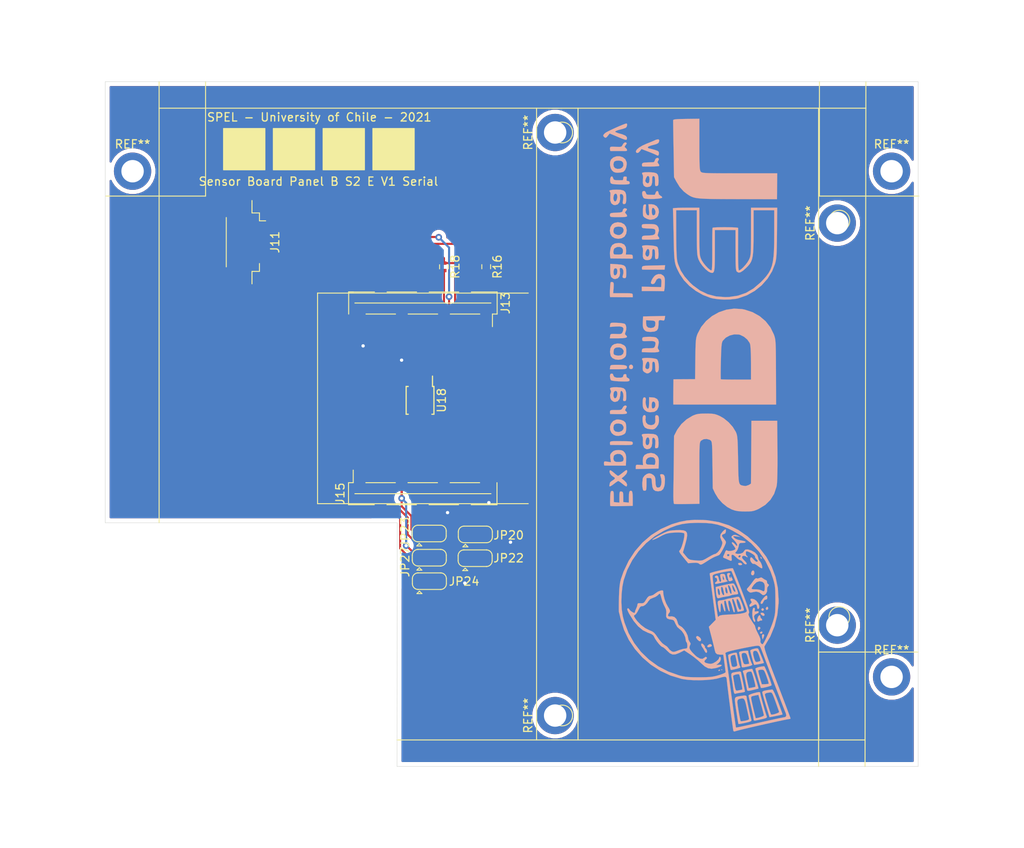
<source format=kicad_pcb>
(kicad_pcb (version 20171130) (host pcbnew "(5.1.2)-2")
  (layers (0 F.Cu signal) (31 B.Cu signal) (34 B.Paste user) (35 F.Paste user) (36 B.SilkS user) (37 F.SilkS user) (38 B.Mask user) (39 F.Mask user) (44 Edge.Cuts user))
  (net 0 "")
  (net 1 RPI_SCL)
  (net 2 RPI_SDA)
  (net 3 GND)
  (net 4 MAG_3V3)
  (net 5 "Net-(J13-Pad5)")
  (net 6 "Net-(J13-Pad6)")
  (net 7 MAG2_BIT0)
  (net 8 MAG2_BIT1)
  (net 9 "Net-(J15-Pad2)")
  (net 10 "Net-(J15-Pad4)")
  (net 11 "Net-(J15-Pad1)")
  (net 12 MAG2_A0)
  (net 13 MAG2_A2)
  (net 14 MAG2_A1)
  (net 15 "Net-(U18-Pad3)")
  (module L86:SPEL_logo (layer B.Cu) (at 529.81 78.1 90)
    (fp_text reference G*** hide)
    (fp_text value LOGO hide)
  )
  (module Mounting_Holes:MountingHole_2.7mm_M2.5_ISO14580_Pad (layer F.Cu) (at 553.29 47.47)
    (fp_text reference REF** (at 0 -3.25) (layer F.SilkS))
    (fp_text value MountingHole_2.7mm_M2.5_ISO14580_Pad)
    (pad 1 thru_hole circle (at 0 0) (size 4.5 4.5) (drill 2.7) (layers *.Cu *.Mask))
  )
  (module Mounting_Holes:MountingHole_2.7mm_M2.5_ISO14580_Pad (layer F.Cu) (at 461.79 47.47)
    (fp_text reference REF** (at 0 -3.25) (layer F.SilkS))
    (fp_text value MountingHole_2.7mm_M2.5_ISO14580_Pad)
    (pad 1 thru_hole circle (at 0 0) (size 4.5 4.5) (drill 2.7) (layers *.Cu *.Mask))
  )
  (module Mounting_Holes:MountingHole_2.7mm_M2.5_ISO14580_Pad (layer F.Cu) (at 553.29 108.47)
    (fp_text reference REF** (at 0 -3.25) (layer F.SilkS))
    (fp_text value MountingHole_2.7mm_M2.5_ISO14580_Pad)
    (pad 1 thru_hole circle (at 0 0) (size 4.5 4.5) (drill 2.7) (layers *.Cu *.Mask))
  )
  (module Mounting_Holes:MountingHole_2.7mm_M2.5_ISO14580_Pad (layer F.Cu) (at 546.74 53.73 90)
    (fp_text reference REF** (at 0 -3.25 90) (layer F.SilkS))
    (fp_text value MountingHole_2.7mm_M2.5_ISO14580_Pad)
    (pad 1 thru_hole circle (at 0 0 90) (size 4.5 4.5) (drill 2.7) (layers *.Cu *.Mask))
  )
  (module Mounting_Holes:MountingHole_2.7mm_M2.5_ISO14580_Pad (layer F.Cu) (at 546.74 102.23 90)
    (fp_text reference REF** (at 0 -3.25 90) (layer F.SilkS))
    (fp_text value MountingHole_2.7mm_M2.5_ISO14580_Pad)
    (pad 1 thru_hole circle (at 0 0 90) (size 4.5 4.5) (drill 2.7) (layers *.Cu *.Mask))
  )
  (module Mounting_Holes:MountingHole_2.7mm_M2.5_ISO14580_Pad (layer F.Cu) (at 512.73 42.8 90)
    (fp_text reference REF** (at 0 -3.25 90) (layer F.SilkS))
    (fp_text value MountingHole_2.7mm_M2.5_ISO14580_Pad)
    (pad 1 thru_hole circle (at 0 0 90) (size 4.5 4.5) (drill 2.7) (layers *.Cu *.Mask))
  )
  (module Mounting_Holes:MountingHole_2.7mm_M2.5_ISO14580_Pad (layer F.Cu) (at 512.73 113.13 90)
    (fp_text reference REF** (at 0 -3.25 90) (layer F.SilkS))
    (fp_text value MountingHole_2.7mm_M2.5_ISO14580_Pad)
    (pad 1 thru_hole circle (at 0 0 90) (size 4.5 4.5) (drill 2.7) (layers *.Cu *.Mask))
  )
  (module Jumper:SolderJumper-3_P1.3mm_Open_RoundedPad1.0x1.5mm (layer F.Cu) (at 497.56 94.09)
    (fp_text reference JP27 (at -2.92 0.51 90) (layer F.SilkS))
    (fp_text value Jumper_3_Open)
    (pad 1 smd custom (at -1.3 0) (size 1 0.5) (layers F.Cu F.Mask) (net 4 MAG_3V3) (options (clearance outline) (anchor rect)) (primitives (gr_circle (center 0 0.25) (end 0.5 0.25) (width 0)) (gr_circle (center 0 -0.25) (end 0.5 -0.25) (width 0)) (gr_poly (pts (xy 0.55 -0.75) (xy 0 -0.75) (xy 0 0.75) (xy 0.55 0.75)) (width 0))))
    (pad 3 smd custom (at 1.3 0) (size 1 0.5) (layers F.Cu F.Mask) (net 3 GND) (options (clearance outline) (anchor rect)) (primitives (gr_circle (center 0 0.25) (end 0.5 0.25) (width 0)) (gr_circle (center 0 -0.25) (end 0.5 -0.25) (width 0)) (gr_poly (pts (xy -0.55 -0.75) (xy 0 -0.75) (xy 0 0.75) (xy -0.55 0.75)) (width 0))))
    (pad 2 smd rect (at 0 0) (size 1 1.5) (layers F.Cu F.Mask) (net 14 MAG2_A1))
  )
  (module Pin_Headers:Pin_Header_Straight_1x07_Pitch2.54mm_SMD_Pin1Right (layer F.Cu) (at 496.79 63.37 270)
    (fp_text reference J13 (at 0 -9.95 90) (layer F.SilkS))
    (fp_text value Conn_01x07_Female)
    (pad 7 smd rect (at 1.655 7.62 270) (size 2.51 1) (layers F.Cu F.Paste F.Mask) (net 3 GND))
    (pad 5 smd rect (at 1.655 2.54 270) (size 2.51 1) (layers F.Cu F.Paste F.Mask) (net 5 "Net-(J13-Pad5)"))
    (pad 3 smd rect (at 1.655 -2.54 270) (size 2.51 1) (layers F.Cu F.Paste F.Mask) (net 2 RPI_SDA))
    (pad 1 smd rect (at 1.655 -7.62 270) (size 2.51 1) (layers F.Cu F.Paste F.Mask) (net 1 RPI_SCL))
    (pad 6 smd rect (at -1.655 5.08 270) (size 2.51 1) (layers F.Cu F.Paste F.Mask) (net 6 "Net-(J13-Pad6)"))
    (pad 4 smd rect (at -1.655 0 270) (size 2.51 1) (layers F.Cu F.Paste F.Mask) (net 7 MAG2_BIT0))
    (pad 2 smd rect (at -1.655 -5.08 270) (size 2.51 1) (layers F.Cu F.Paste F.Mask) (net 8 MAG2_BIT1))
  )
  (module Connectors_Molex:Molex_PicoBlade_53398-0471_04x1.25mm_Straight (layer F.Cu) (at 475.71 56.03 270)
    (fp_text reference J11 (at 0 -3.25 90) (layer F.SilkS))
    (fp_text value Conn_01x04_Male)
    (pad "" smd rect (at 4.375 1.375 270) (size 2.2 3.1) (layers F.Cu F.Paste F.Mask))
    (pad "" smd rect (at -4.375 1.375 270) (size 2.2 3.1) (layers F.Cu F.Paste F.Mask))
    (pad 4 smd rect (at 1.875 -1.375 270) (size 0.8 1.5) (layers F.Cu F.Paste F.Mask) (net 4 MAG_3V3))
    (pad 3 smd rect (at 0.625 -1.375 270) (size 0.8 1.5) (layers F.Cu F.Paste F.Mask) (net 1 RPI_SCL))
    (pad 2 smd rect (at -0.625 -1.375 270) (size 0.8 1.5) (layers F.Cu F.Paste F.Mask) (net 2 RPI_SDA))
    (pad 1 smd rect (at -1.875 -1.375 270) (size 0.8 1.5) (layers F.Cu F.Paste F.Mask) (net 3 GND))
  )
  (module Jumper:SolderJumper-3_P1.3mm_Open_RoundedPad1.0x1.5mm (layer F.Cu) (at 503.11 91.28)
    (fp_text reference JP20 (at 4.01 0.1) (layer F.SilkS))
    (fp_text value Jumper_3_Open)
    (pad 1 smd custom (at -1.3 0) (size 1 0.5) (layers F.Cu F.Mask) (net 4 MAG_3V3) (options (clearance outline) (anchor rect)) (primitives (gr_circle (center 0 0.25) (end 0.5 0.25) (width 0)) (gr_circle (center 0 -0.25) (end 0.5 -0.25) (width 0)) (gr_poly (pts (xy 0.55 -0.75) (xy 0 -0.75) (xy 0 0.75) (xy 0.55 0.75)) (width 0))))
    (pad 3 smd custom (at 1.3 0) (size 1 0.5) (layers F.Cu F.Mask) (net 3 GND) (options (clearance outline) (anchor rect)) (primitives (gr_circle (center 0 0.25) (end 0.5 0.25) (width 0)) (gr_circle (center 0 -0.25) (end 0.5 -0.25) (width 0)) (gr_poly (pts (xy -0.55 -0.75) (xy 0 -0.75) (xy 0 0.75) (xy -0.55 0.75)) (width 0))))
    (pad 2 smd rect (at 0 0) (size 1 1.5) (layers F.Cu F.Mask) (net 7 MAG2_BIT0))
  )
  (module Pin_Headers:Pin_Header_Straight_1x07_Pitch2.54mm_SMD_Pin1Right (layer F.Cu) (at 496.77 86.37 90)
    (fp_text reference J15 (at 0 -9.95 90) (layer F.SilkS))
    (fp_text value Conn_01x07_Female)
    (pad 2 smd rect (at -1.655 -5.08 90) (size 2.51 1) (layers F.Cu F.Paste F.Mask) (net 9 "Net-(J15-Pad2)"))
    (pad 4 smd rect (at -1.655 0 90) (size 2.51 1) (layers F.Cu F.Paste F.Mask) (net 10 "Net-(J15-Pad4)"))
    (pad 6 smd rect (at -1.655 5.08 90) (size 2.51 1) (layers F.Cu F.Paste F.Mask) (net 4 MAG_3V3))
    (pad 1 smd rect (at 1.655 -7.62 90) (size 2.51 1) (layers F.Cu F.Paste F.Mask) (net 11 "Net-(J15-Pad1)"))
    (pad 3 smd rect (at 1.655 -2.54 90) (size 2.51 1) (layers F.Cu F.Paste F.Mask) (net 4 MAG_3V3))
    (pad 5 smd rect (at 1.655 2.54 90) (size 2.51 1) (layers F.Cu F.Paste F.Mask) (net 4 MAG_3V3))
    (pad 7 smd rect (at 1.655 7.62 90) (size 2.51 1) (layers F.Cu F.Paste F.Mask) (net 3 GND))
  )
  (module Housings_SSOP:MSOP-8_3x3mm_Pitch0.65mm (layer F.Cu) (at 496.445 75.11 270)
    (fp_text reference U18 (at 0 -2.6 90) (layer F.SilkS))
    (fp_text value MCP9804_MSOP)
    (pad 1 smd rect (at -2.2 -0.975 270) (size 1.45 0.45) (layers F.Cu F.Paste F.Mask) (net 2 RPI_SDA))
    (pad 2 smd rect (at -2.2 -0.325 270) (size 1.45 0.45) (layers F.Cu F.Paste F.Mask) (net 1 RPI_SCL))
    (pad 3 smd rect (at -2.2 0.325 270) (size 1.45 0.45) (layers F.Cu F.Paste F.Mask) (net 15 "Net-(U18-Pad3)"))
    (pad 4 smd rect (at -2.2 0.975 270) (size 1.45 0.45) (layers F.Cu F.Paste F.Mask) (net 3 GND))
    (pad 5 smd rect (at 2.2 0.975 270) (size 1.45 0.45) (layers F.Cu F.Paste F.Mask) (net 13 MAG2_A2))
    (pad 6 smd rect (at 2.2 0.325 270) (size 1.45 0.45) (layers F.Cu F.Paste F.Mask) (net 14 MAG2_A1))
    (pad 7 smd rect (at 2.2 -0.325 270) (size 1.45 0.45) (layers F.Cu F.Paste F.Mask) (net 12 MAG2_A0))
    (pad 8 smd rect (at 2.2 -0.975 270) (size 1.45 0.45) (layers F.Cu F.Paste F.Mask) (net 4 MAG_3V3))
  )
  (module Resistors_SMD:R_0402 (layer F.Cu) (at 499.33 59 270)
    (fp_text reference R18 (at 0 -1.35 90) (layer F.SilkS))
    (fp_text value R)
    (pad 1 smd rect (at -0.45 0 270) (size 0.4 0.6) (layers F.Cu F.Paste F.Mask) (net 4 MAG_3V3))
    (pad 2 smd rect (at 0.45 0 270) (size 0.4 0.6) (layers F.Cu F.Paste F.Mask) (net 2 RPI_SDA))
  )
  (module Resistors_SMD:R_0402 (layer F.Cu) (at 504.42 58.99 270)
    (fp_text reference R16 (at 0 -1.35 90) (layer F.SilkS))
    (fp_text value R)
    (pad 2 smd rect (at 0.45 0 270) (size 0.4 0.6) (layers F.Cu F.Paste F.Mask) (net 1 RPI_SCL))
    (pad 1 smd rect (at -0.45 0 270) (size 0.4 0.6) (layers F.Cu F.Paste F.Mask) (net 4 MAG_3V3))
  )
  (module Jumper:SolderJumper-3_P1.3mm_Open_RoundedPad1.0x1.5mm (layer F.Cu) (at 503.09 94.15)
    (fp_text reference JP22 (at 4.03 -0.01) (layer F.SilkS))
    (fp_text value Jumper_3_Open)
    (pad 2 smd rect (at 0 0) (size 1 1.5) (layers F.Cu F.Mask) (net 8 MAG2_BIT1))
    (pad 3 smd custom (at 1.3 0) (size 1 0.5) (layers F.Cu F.Mask) (net 3 GND) (options (clearance outline) (anchor rect)) (primitives (gr_circle (center 0 0.25) (end 0.5 0.25) (width 0)) (gr_circle (center 0 -0.25) (end 0.5 -0.25) (width 0)) (gr_poly (pts (xy -0.55 -0.75) (xy 0 -0.75) (xy 0 0.75) (xy -0.55 0.75)) (width 0))))
    (pad 1 smd custom (at -1.3 0) (size 1 0.5) (layers F.Cu F.Mask) (net 4 MAG_3V3) (options (clearance outline) (anchor rect)) (primitives (gr_circle (center 0 0.25) (end 0.5 0.25) (width 0)) (gr_circle (center 0 -0.25) (end 0.5 -0.25) (width 0)) (gr_poly (pts (xy 0.55 -0.75) (xy 0 -0.75) (xy 0 0.75) (xy 0.55 0.75)) (width 0))))
  )
  (module Jumper:SolderJumper-3_P1.3mm_Open_RoundedPad1.0x1.5mm (layer F.Cu) (at 497.57 96.92)
    (fp_text reference JP24 (at 4.19 0.03) (layer F.SilkS))
    (fp_text value Jumper_3_Open)
    (pad 2 smd rect (at 0 0) (size 1 1.5) (layers F.Cu F.Mask) (net 13 MAG2_A2))
    (pad 3 smd custom (at 1.3 0) (size 1 0.5) (layers F.Cu F.Mask) (net 3 GND) (options (clearance outline) (anchor rect)) (primitives (gr_circle (center 0 0.25) (end 0.5 0.25) (width 0)) (gr_circle (center 0 -0.25) (end 0.5 -0.25) (width 0)) (gr_poly (pts (xy -0.55 -0.75) (xy 0 -0.75) (xy 0 0.75) (xy -0.55 0.75)) (width 0))))
    (pad 1 smd custom (at -1.3 0) (size 1 0.5) (layers F.Cu F.Mask) (net 4 MAG_3V3) (options (clearance outline) (anchor rect)) (primitives (gr_circle (center 0 0.25) (end 0.5 0.25) (width 0)) (gr_circle (center 0 -0.25) (end 0.5 -0.25) (width 0)) (gr_poly (pts (xy 0.55 -0.75) (xy 0 -0.75) (xy 0 0.75) (xy 0.55 0.75)) (width 0))))
  )
  (module Jumper:SolderJumper-3_P1.3mm_Open_RoundedPad1.0x1.5mm (layer F.Cu) (at 497.55 91.17)
    (fp_text reference JP23 (at -2.89 -0.16 90) (layer F.SilkS))
    (fp_text value Jumper_3_Open)
    (pad 1 smd custom (at -1.3 0) (size 1 0.5) (layers F.Cu F.Mask) (net 4 MAG_3V3) (options (clearance outline) (anchor rect)) (primitives (gr_circle (center 0 0.25) (end 0.5 0.25) (width 0)) (gr_circle (center 0 -0.25) (end 0.5 -0.25) (width 0)) (gr_poly (pts (xy 0.55 -0.75) (xy 0 -0.75) (xy 0 0.75) (xy 0.55 0.75)) (width 0))))
    (pad 3 smd custom (at 1.3 0) (size 1 0.5) (layers F.Cu F.Mask) (net 3 GND) (options (clearance outline) (anchor rect)) (primitives (gr_circle (center 0 0.25) (end 0.5 0.25) (width 0)) (gr_circle (center 0 -0.25) (end 0.5 -0.25) (width 0)) (gr_poly (pts (xy -0.55 -0.75) (xy 0 -0.75) (xy 0 0.75) (xy -0.55 0.75)) (width 0))))
    (pad 2 smd rect (at 0 0) (size 1 1.5) (layers F.Cu F.Mask) (net 12 MAG2_A0))
  )
  (gr_poly (pts (xy 483.75 42.31) (xy 483.75 47.31) (xy 478.75 47.31) (xy 478.75 42.31)) (layer F.SilkS) (width 0.1))
  (gr_poly (pts (xy 489.75 42.31) (xy 489.75 47.31) (xy 484.75 47.31) (xy 484.75 42.31)) (layer F.SilkS) (width 0.1))
  (gr_poly (pts (xy 477.75 42.31) (xy 477.75 47.31) (xy 472.75 47.31) (xy 472.75 42.31)) (layer F.SilkS) (width 0.1))
  (gr_poly (pts (xy 495.75 42.31) (xy 495.75 47.31) (xy 490.75 47.31) (xy 490.75 42.31)) (layer F.SilkS) (width 0.1))
  (gr_text "SPEL - University of Chile - 2021" (at 484.3 40.96) (layer F.SilkS) (effects (font (size 1 1))))
  (gr_text "Sensor Board Panel B S2 E V1 Serial" (at 484.2 48.71) (layer F.SilkS) (effects (font (size 1 1))))
  (gr_line (start 493.67 116.07) (end 550.09 116.07) (layer F.SilkS) (width 0.12))
  (gr_line (start 464.99 89.87) (end 464.99 36.67) (layer F.SilkS) (width 0.12))
  (gr_line (start 458.49 89.87) (end 458.49 36.67) (layer Edge.Cuts) (width 0.05))
  (gr_line (start 493.67 119.27) (end 556.49 119.27) (layer Edge.Cuts) (width 0.05))
  (gr_line (start 493.69 89.87) (end 493.67 119.27) (layer Edge.Cuts) (width 0.05))
  (gr_line (start 458.49 89.87) (end 493.69 89.87) (layer Edge.Cuts) (width 0.05))
  (gr_line (start 550.19 39.87) (end 464.99 39.87) (layer F.SilkS) (width 0.12))
  (gr_line (start 550.09 119.27) (end 550.19 36.67) (layer F.SilkS) (width 0.12))
  (gr_line (start 544.49 119.27) (end 544.49 105.47) (layer F.SilkS) (width 0.12))
  (gr_circle (center 553.29 108.47) (end 554.54 108.47) (layer F.SilkS) (width 0.12))
  (gr_line (start 556.49 105.47) (end 544.49 105.47) (layer F.SilkS) (width 0.12))
  (gr_line (start 556.59 50.47) (end 544.59 50.47) (layer F.SilkS) (width 0.12))
  (gr_line (start 470.59 50.47) (end 470.59 36.67) (layer F.SilkS) (width 0.12))
  (gr_line (start 458.59 50.47) (end 470.59 50.47) (layer F.SilkS) (width 0.12))
  (gr_line (start 544.59 36.67) (end 544.59 50.47) (layer F.SilkS) (width 0.12))
  (gr_circle (center 461.79 47.47) (end 463.04 47.47) (layer F.SilkS) (width 0.12))
  (gr_circle (center 553.29 47.47) (end 554.54 47.47) (layer F.SilkS) (width 0.12))
  (gr_line (start 504.99 63.37) (end 488.59 63.37) (layer F.SilkS) (width 0.12))
  (gr_line (start 504.989978 86.37) (end 488.59 86.37) (layer F.SilkS) (width 0.12))
  (gr_line (start 458.49 36.67) (end 556.49 36.67) (layer Edge.Cuts) (width 0.05))
  (gr_line (start 556.49 36.67) (end 556.49 119.27) (layer Edge.Cuts) (width 0.05))
  (gr_line (start 510.49 39.87) (end 510.49 116.07) (layer F.SilkS) (width 0.12))
  (gr_circle (center 513.58 113.12) (end 514.83 113.12) (layer F.SilkS) (width 0.12))
  (gr_circle (center 546.99 53.43) (end 548.24 53.43) (layer F.SilkS) (width 0.12))
  (gr_circle (center 546.99 101.26) (end 548.24 101.26) (layer F.SilkS) (width 0.12))
  (gr_circle (center 513.579967 42.8) (end 514.830007 42.8) (layer F.SilkS) (width 0.12))
  (gr_line (start 515.49 39.87) (end 515.49 116.07) (layer F.SilkS) (width 0.12))
  (gr_line (start 544.49 39.87) (end 544.49 116.07) (layer F.SilkS) (width 0.12))
  (gr_line (start 509.49 62.17) (end 484.09 62.17) (layer F.SilkS) (width 0.12))
  (gr_line (start 484.09 62.17) (end 484.09 87.57) (layer F.SilkS) (width 0.12))
  (gr_line (start 509.49 87.57) (end 484.09 87.57) (layer F.SilkS) (width 0.12))
  (segment (start 504.41 65.025) (end 504.41 59.45) (width 0.25) (layer F.Cu) (net 1))
  (segment (start 504.41 59.45) (end 504.42 59.44) (width 0.25) (layer F.Cu) (net 1))
  (segment (start 497.41 59.6) (end 497.82999 60.01999) (width 0.25) (layer F.Cu) (net 1))
  (segment (start 503.2 63.35) (end 504.41 64.56) (width 0.25) (layer F.Cu) (net 1))
  (segment (start 498.64 67.37) (end 499.83 67.37) (width 0.25) (layer F.Cu) (net 1))
  (segment (start 500.67 59.94) (end 501.18 59.43) (width 0.25) (layer F.Cu) (net 1))
  (segment (start 498.33 71.85) (end 495.964999 69.484999) (width 0.25) (layer F.Cu) (net 1))
  (segment (start 502.71 59.43) (end 503.2 59.92) (width 0.25) (layer F.Cu) (net 1))
  (segment (start 503.2 59.92) (end 503.2 63.35) (width 0.25) (layer F.Cu) (net 1))
  (segment (start 501.18 59.43) (end 502.71 59.43) (width 0.25) (layer F.Cu) (net 1))
  (segment (start 495.964999 69.484999) (end 495.964999 59.915001) (width 0.25) (layer F.Cu) (net 1))
  (segment (start 497.82999 66.55999) (end 498.64 67.37) (width 0.25) (layer F.Cu) (net 1))
  (segment (start 500.67 66.53) (end 500.67 59.94) (width 0.25) (layer F.Cu) (net 1))
  (segment (start 496.28 59.6) (end 497.41 59.6) (width 0.25) (layer F.Cu) (net 1))
  (segment (start 497.82999 60.01999) (end 497.82999 66.55999) (width 0.25) (layer F.Cu) (net 1))
  (segment (start 497.9 74.43) (end 498.33 74) (width 0.25) (layer F.Cu) (net 1))
  (segment (start 498.33 74) (end 498.33 71.85) (width 0.25) (layer F.Cu) (net 1))
  (segment (start 496.77 73.95) (end 497.25 74.43) (width 0.25) (layer F.Cu) (net 1))
  (segment (start 496.77 72.91) (end 496.77 73.95) (width 0.25) (layer F.Cu) (net 1))
  (segment (start 499.83 67.37) (end 500.67 66.53) (width 0.25) (layer F.Cu) (net 1))
  (segment (start 495.964999 59.915001) (end 496.28 59.6) (width 0.25) (layer F.Cu) (net 1))
  (segment (start 504.41 64.56) (end 504.41 65.025) (width 0.25) (layer F.Cu) (net 1))
  (segment (start 497.25 74.43) (end 497.9 74.43) (width 0.25) (layer F.Cu) (net 1))
  (segment (start 478.085 56.655) (end 478.51 56.23) (width 0.25) (layer F.Cu) (net 1))
  (segment (start 477.085 56.655) (end 478.085 56.655) (width 0.25) (layer F.Cu) (net 1))
  (segment (start 478.51 56.23) (end 504.78 56.23) (width 0.25) (layer F.Cu) (net 1))
  (segment (start 504.78 56.23) (end 506.79 58.24) (width 0.25) (layer F.Cu) (net 1))
  (segment (start 506.79 58.24) (end 506.79 63.76) (width 0.25) (layer F.Cu) (net 1))
  (segment (start 505.525 65.025) (end 504.41 65.025) (width 0.25) (layer F.Cu) (net 1))
  (segment (start 506.79 63.76) (end 505.525 65.025) (width 0.25) (layer F.Cu) (net 1))
  (segment (start 497.556411 59.11) (end 496.03 59.11) (width 0.25) (layer F.Cu) (net 2))
  (segment (start 497.42 71.935) (end 497.42 72.91) (width 0.25) (layer F.Cu) (net 2))
  (segment (start 495.27 69.785) (end 497.42 71.935) (width 0.25) (layer F.Cu) (net 2))
  (segment (start 496.03 59.11) (end 495.27 59.87) (width 0.25) (layer F.Cu) (net 2))
  (segment (start 498.94 60.493589) (end 497.556411 59.11) (width 0.25) (layer F.Cu) (net 2))
  (segment (start 499.33 65.025) (end 498.94 64.635) (width 0.25) (layer F.Cu) (net 2))
  (segment (start 495.27 59.87) (end 495.27 69.785) (width 0.25) (layer F.Cu) (net 2))
  (segment (start 498.94 64.635) (end 498.94 60.493589) (width 0.25) (layer F.Cu) (net 2))
  (segment (start 499.33 65.025) (end 499.33 59.45) (width 0.25) (layer F.Cu) (net 2))
  (via (at 498.7 55.44) (size 0.8) (drill 0.4) (layers F.Cu B.Cu) (net 2))
  (segment (start 477.085 55.405) (end 498.665 55.405) (width 0.25) (layer F.Cu) (net 2))
  (segment (start 498.665 55.405) (end 498.7 55.44) (width 0.25) (layer F.Cu) (net 2))
  (segment (start 498.7 55.44) (end 499.099999 55.839999) (width 0.25) (layer B.Cu) (net 2))
  (via (at 499.945 62.6) (size 0.8) (drill 0.4) (layers F.Cu B.Cu) (net 2))
  (segment (start 499.099999 55.839999) (end 499.945 56.685) (width 0.25) (layer B.Cu) (net 2))
  (segment (start 499.945 56.685) (end 499.945 62.6) (width 0.25) (layer B.Cu) (net 2))
  (segment (start 499.945 64.41) (end 499.33 65.025) (width 0.25) (layer F.Cu) (net 2))
  (segment (start 499.945 62.6) (end 499.945 64.41) (width 0.25) (layer F.Cu) (net 2))
  (via (at 507.35 92.22) (size 0.8) (drill 0.4) (layers F.Cu B.Cu) (net 3))
  (segment (start 504.39 94.15) (end 505.42 94.15) (width 0.25) (layer F.Cu) (net 3))
  (segment (start 505.42 94.15) (end 507.35 92.22) (width 0.25) (layer F.Cu) (net 3))
  (segment (start 507.35 91.654315) (end 507.33 91.634315) (width 0.25) (layer B.Cu) (net 3))
  (segment (start 507.35 92.22) (end 507.35 91.654315) (width 0.25) (layer B.Cu) (net 3))
  (segment (start 507.33 91.634315) (end 507.33 89.08) (width 0.25) (layer B.Cu) (net 3))
  (segment (start 507.33 89.08) (end 506.89 88.64) (width 0.25) (layer B.Cu) (net 3))
  (via (at 504.74 87.45) (size 0.8) (drill 0.4) (layers F.Cu B.Cu) (net 3))
  (segment (start 506.89 88.64) (end 505.93 88.64) (width 0.25) (layer B.Cu) (net 3))
  (segment (start 505.93 88.64) (end 504.74 87.45) (width 0.25) (layer B.Cu) (net 3))
  (segment (start 504.74 85.065) (end 504.39 84.715) (width 0.25) (layer F.Cu) (net 3))
  (segment (start 504.74 87.45) (end 504.74 85.065) (width 0.25) (layer F.Cu) (net 3))
  (via (at 499.76 88.65) (size 0.8) (drill 0.4) (layers F.Cu B.Cu) (net 3))
  (segment (start 498.85 91.17) (end 498.85 89.56) (width 0.25) (layer F.Cu) (net 3))
  (segment (start 498.85 89.56) (end 499.76 88.65) (width 0.25) (layer F.Cu) (net 3))
  (segment (start 499.76 88.65) (end 502.61 88.65) (width 0.25) (layer B.Cu) (net 3))
  (segment (start 502.61 88.65) (end 503.45 89.49) (width 0.25) (layer B.Cu) (net 3))
  (segment (start 503.45 89.49) (end 503.45 96.12) (width 0.25) (layer B.Cu) (net 3))
  (via (at 501.84 97.15) (size 0.8) (drill 0.4) (layers F.Cu B.Cu) (net 3))
  (segment (start 503.45 96.12) (end 502.42 97.15) (width 0.25) (layer B.Cu) (net 3))
  (segment (start 502.42 97.15) (end 501.84 97.15) (width 0.25) (layer B.Cu) (net 3))
  (segment (start 499.1 97.15) (end 498.87 96.92) (width 0.25) (layer F.Cu) (net 3))
  (segment (start 501.84 97.15) (end 499.1 97.15) (width 0.25) (layer F.Cu) (net 3))
  (via (at 494.22 70.26) (size 0.8) (drill 0.4) (layers F.Cu B.Cu) (net 3))
  (segment (start 495.47 72.91) (end 495.47 71.51) (width 0.25) (layer F.Cu) (net 3))
  (segment (start 495.47 71.51) (end 494.22 70.26) (width 0.25) (layer F.Cu) (net 3))
  (segment (start 493.654315 70.26) (end 493.634315 70.28) (width 0.25) (layer B.Cu) (net 3))
  (segment (start 494.22 70.26) (end 493.654315 70.26) (width 0.25) (layer B.Cu) (net 3))
  (via (at 489.58 68.54) (size 0.8) (drill 0.4) (layers F.Cu B.Cu) (net 3))
  (segment (start 493.634315 70.28) (end 491.32 70.28) (width 0.25) (layer B.Cu) (net 3))
  (segment (start 491.32 70.28) (end 489.58 68.54) (width 0.25) (layer B.Cu) (net 3))
  (segment (start 489.22 65.075) (end 489.17 65.025) (width 0.25) (layer F.Cu) (net 3))
  (segment (start 489.58 68.54) (end 489.22 68.18) (width 0.25) (layer F.Cu) (net 3))
  (segment (start 489.22 68.18) (end 489.22 65.075) (width 0.25) (layer F.Cu) (net 3))
  (segment (start 494.01 84.935) (end 494.23 84.715) (width 0.25) (layer F.Cu) (net 4))
  (segment (start 499.31 84.715) (end 499.31 81.11) (width 0.25) (layer F.Cu) (net 4))
  (segment (start 497.42 79.22) (end 497.42 77.31) (width 0.25) (layer F.Cu) (net 4))
  (segment (start 499.31 81.11) (end 497.42 79.22) (width 0.25) (layer F.Cu) (net 4))
  (segment (start 501.85 86.52) (end 501.85 88.025) (width 0.25) (layer F.Cu) (net 4))
  (segment (start 501.85 86.505) (end 501.85 86.52) (width 0.25) (layer F.Cu) (net 4))
  (segment (start 500.06 84.715) (end 501.85 86.505) (width 0.25) (layer F.Cu) (net 4))
  (segment (start 499.31 84.715) (end 500.06 84.715) (width 0.25) (layer F.Cu) (net 4))
  (segment (start 504.41 58.55) (end 504.42 58.54) (width 0.25) (layer F.Cu) (net 4))
  (segment (start 499.33 58.55) (end 504.41 58.55) (width 0.25) (layer F.Cu) (net 4))
  (segment (start 501.79 91.3) (end 501.81 91.28) (width 0.25) (layer F.Cu) (net 4))
  (segment (start 501.79 94.15) (end 501.79 91.3) (width 0.25) (layer F.Cu) (net 4))
  (segment (start 501.81 91.28) (end 501.81 88.065) (width 0.25) (layer F.Cu) (net 4))
  (segment (start 501.81 88.065) (end 501.85 88.025) (width 0.25) (layer F.Cu) (net 4))
  (segment (start 498.78 58.55) (end 499.33 58.55) (width 0.25) (layer F.Cu) (net 4))
  (segment (start 497.42 76.335) (end 496.955 75.87) (width 0.25) (layer F.Cu) (net 4))
  (segment (start 492.83 61.19) (end 495.47 58.55) (width 0.25) (layer F.Cu) (net 4))
  (segment (start 492.83 73.6) (end 492.83 61.19) (width 0.25) (layer F.Cu) (net 4))
  (segment (start 497.42 77.31) (end 497.42 76.335) (width 0.25) (layer F.Cu) (net 4))
  (segment (start 495.47 58.55) (end 498.78 58.55) (width 0.25) (layer F.Cu) (net 4))
  (segment (start 495.1 75.87) (end 492.83 73.6) (width 0.25) (layer F.Cu) (net 4))
  (segment (start 496.955 75.87) (end 495.1 75.87) (width 0.25) (layer F.Cu) (net 4))
  (segment (start 496.27 94.1) (end 496.26 94.09) (width 0.25) (layer F.Cu) (net 4))
  (segment (start 496.27 96.92) (end 496.27 94.1) (width 0.25) (layer F.Cu) (net 4))
  (segment (start 496.26 94.59) (end 496.26 94.09) (width 0.25) (layer F.Cu) (net 4))
  (segment (start 497.08 95.41) (end 496.26 94.59) (width 0.25) (layer F.Cu) (net 4))
  (segment (start 501.79 94.15) (end 500.53 95.41) (width 0.25) (layer F.Cu) (net 4))
  (segment (start 500.53 95.41) (end 497.08 95.41) (width 0.25) (layer F.Cu) (net 4))
  (segment (start 499.33 57.97) (end 499.33 58.55) (width 0.25) (layer F.Cu) (net 4))
  (segment (start 478.675 57.905) (end 479.32 58.55) (width 0.25) (layer F.Cu) (net 4))
  (segment (start 477.085 57.905) (end 478.675 57.905) (width 0.25) (layer F.Cu) (net 4))
  (segment (start 479.32 58.55) (end 494.35 58.55) (width 0.25) (layer F.Cu) (net 4))
  (segment (start 494.35 58.55) (end 495.62 57.28) (width 0.25) (layer F.Cu) (net 4))
  (segment (start 495.62 57.28) (end 498.64 57.28) (width 0.25) (layer F.Cu) (net 4))
  (segment (start 498.64 57.28) (end 499.33 57.97) (width 0.25) (layer F.Cu) (net 4))
  (via (at 494.230002 86.93) (size 0.8) (drill 0.4) (layers F.Cu B.Cu) (net 4))
  (segment (start 494.23 84.715) (end 494.23 86.929998) (width 0.25) (layer F.Cu) (net 4))
  (segment (start 494.23 86.929998) (end 494.230002 86.93) (width 0.25) (layer F.Cu) (net 4))
  (segment (start 494.23 86.22) (end 494.23 84.715) (width 0.25) (layer F.Cu) (net 4))
  (segment (start 495.89 91.19) (end 495.400022 90.700022) (width 0.25) (layer F.Cu) (net 4))
  (segment (start 494.23 87.893589) (end 494.23 86.22) (width 0.25) (layer F.Cu) (net 4))
  (segment (start 495.400022 89.063611) (end 494.23 87.893589) (width 0.25) (layer F.Cu) (net 4))
  (segment (start 495.400022 90.700022) (end 495.400022 89.063611) (width 0.25) (layer F.Cu) (net 4))
  (segment (start 494.77 92.064315) (end 494.77 92.63) (width 0.25) (layer B.Cu) (net 4))
  (segment (start 496.26 94.09) (end 494.8 92.63) (width 0.25) (layer F.Cu) (net 4))
  (segment (start 494.8 92.63) (end 494.77 92.63) (width 0.25) (layer F.Cu) (net 4))
  (segment (start 494.77 87.469998) (end 494.77 92.064315) (width 0.25) (layer B.Cu) (net 4))
  (segment (start 494.230002 86.93) (end 494.77 87.469998) (width 0.25) (layer B.Cu) (net 4))
  (via (at 494.77 92.63) (size 0.8) (drill 0.4) (layers F.Cu B.Cu) (net 4))
  (segment (start 503.11 75.53) (end 496.79 69.21) (width 0.25) (layer F.Cu) (net 7))
  (segment (start 503.11 91.28) (end 503.11 75.53) (width 0.25) (layer F.Cu) (net 7))
  (segment (start 496.79 69.21) (end 496.79 61.715) (width 0.25) (layer F.Cu) (net 7))
  (segment (start 501.87 61.715) (end 501.87 71.82) (width 0.25) (layer F.Cu) (net 8))
  (segment (start 501.87 71.82) (end 505.89 75.84) (width 0.25) (layer F.Cu) (net 8))
  (segment (start 505.89 75.84) (end 505.89 91.62) (width 0.25) (layer F.Cu) (net 8))
  (segment (start 503.09 93.15) (end 503.09 94.15) (width 0.25) (layer F.Cu) (net 8))
  (segment (start 505.89 91.62) (end 504.76 92.75) (width 0.25) (layer F.Cu) (net 8))
  (segment (start 504.76 92.75) (end 503.49 92.75) (width 0.25) (layer F.Cu) (net 8))
  (segment (start 503.49 92.75) (end 503.09 93.15) (width 0.25) (layer F.Cu) (net 8))
  (segment (start 497.19 91.19) (end 497.19 90.78) (width 0.25) (layer F.Cu) (net 12))
  (segment (start 496.77 78.285) (end 496.77 77.31) (width 0.25) (layer F.Cu) (net 12))
  (segment (start 496.77 85.68641) (end 496.77 78.285) (width 0.25) (layer F.Cu) (net 12))
  (segment (start 497.55 91.17) (end 497.55 90.17) (width 0.25) (layer F.Cu) (net 12))
  (segment (start 497.21 89.83) (end 496.24 89.83) (width 0.25) (layer F.Cu) (net 12))
  (segment (start 496.24 89.83) (end 495.87 89.46) (width 0.25) (layer F.Cu) (net 12))
  (segment (start 497.55 90.17) (end 497.21 89.83) (width 0.25) (layer F.Cu) (net 12))
  (segment (start 495.87 89.46) (end 495.87 86.58641) (width 0.25) (layer F.Cu) (net 12))
  (segment (start 495.87 86.58641) (end 496.77 85.68641) (width 0.25) (layer F.Cu) (net 12))
  (segment (start 495.47 78.285) (end 495.47 77.31) (width 0.25) (layer F.Cu) (net 13))
  (segment (start 495.47 79.05) (end 495.47 78.285) (width 0.25) (layer F.Cu) (net 13))
  (segment (start 492.63 81.89) (end 495.47 79.05) (width 0.25) (layer F.Cu) (net 13))
  (segment (start 494.044998 89.124998) (end 492.63 87.71) (width 0.25) (layer F.Cu) (net 13))
  (segment (start 497.57 97.92) (end 497.02 98.47) (width 0.25) (layer F.Cu) (net 13))
  (segment (start 494.044998 92.958001) (end 494.044998 89.124998) (width 0.25) (layer F.Cu) (net 13))
  (segment (start 497.57 96.92) (end 497.57 97.92) (width 0.25) (layer F.Cu) (net 13))
  (segment (start 492.63 87.71) (end 492.63 81.89) (width 0.25) (layer F.Cu) (net 13))
  (segment (start 497.02 98.47) (end 495.96 98.47) (width 0.25) (layer F.Cu) (net 13))
  (segment (start 495.96 98.47) (end 494.95 97.46) (width 0.25) (layer F.Cu) (net 13))
  (segment (start 494.95 97.46) (end 494.95 93.863003) (width 0.25) (layer F.Cu) (net 13))
  (segment (start 494.95 93.863003) (end 494.044998 92.958001) (width 0.25) (layer F.Cu) (net 13))
  (segment (start 496.12 78.285) (end 496.12 77.31) (width 0.25) (layer F.Cu) (net 14))
  (segment (start 493.1 83.25) (end 496.12 80.23) (width 0.25) (layer F.Cu) (net 14))
  (segment (start 494.950011 89.250011) (end 493.1 87.4) (width 0.25) (layer F.Cu) (net 14))
  (segment (start 495.978661 92.311999) (end 494.950011 91.283349) (width 0.25) (layer F.Cu) (net 14))
  (segment (start 496.781999 92.311999) (end 495.978661 92.311999) (width 0.25) (layer F.Cu) (net 14))
  (segment (start 497.56 93.09) (end 496.781999 92.311999) (width 0.25) (layer F.Cu) (net 14))
  (segment (start 496.12 80.23) (end 496.12 78.285) (width 0.25) (layer F.Cu) (net 14))
  (segment (start 494.950011 91.283349) (end 494.950011 89.250011) (width 0.25) (layer F.Cu) (net 14))
  (segment (start 493.1 87.4) (end 493.1 83.25) (width 0.25) (layer F.Cu) (net 14))
  (segment (start 497.56 94.09) (end 497.56 93.09) (width 0.25) (layer F.Cu) (net 14))
  (zone (net 3) (net_name GND) (layer F.Cu) (connect_pads (clearance 0.508)) (min_thickness 0.254) (fill yes (arc_segments 32) (thermal_gap 0.508) (thermal_bridge_width 0.508))
    (polygon (pts (xy 458.46 36.64) (xy 458.46 89.9) (xy 493.66 89.9) (xy 493.64 119.3) (xy 556.52 119.3) (xy 556.52 36.64)))
  )
  (zone (net 3) (net_name GND) (layer B.Cu) (connect_pads (clearance 0.508)) (min_thickness 0.254) (fill yes (arc_segments 32) (thermal_gap 0.508) (thermal_bridge_width 0.508))
    (polygon (pts (xy 556.52 36.64) (xy 458.46 36.64) (xy 458.46 89.9) (xy 493.66 89.9) (xy 493.64 119.3) (xy 556.52 119.3)))
  )
)
</source>
